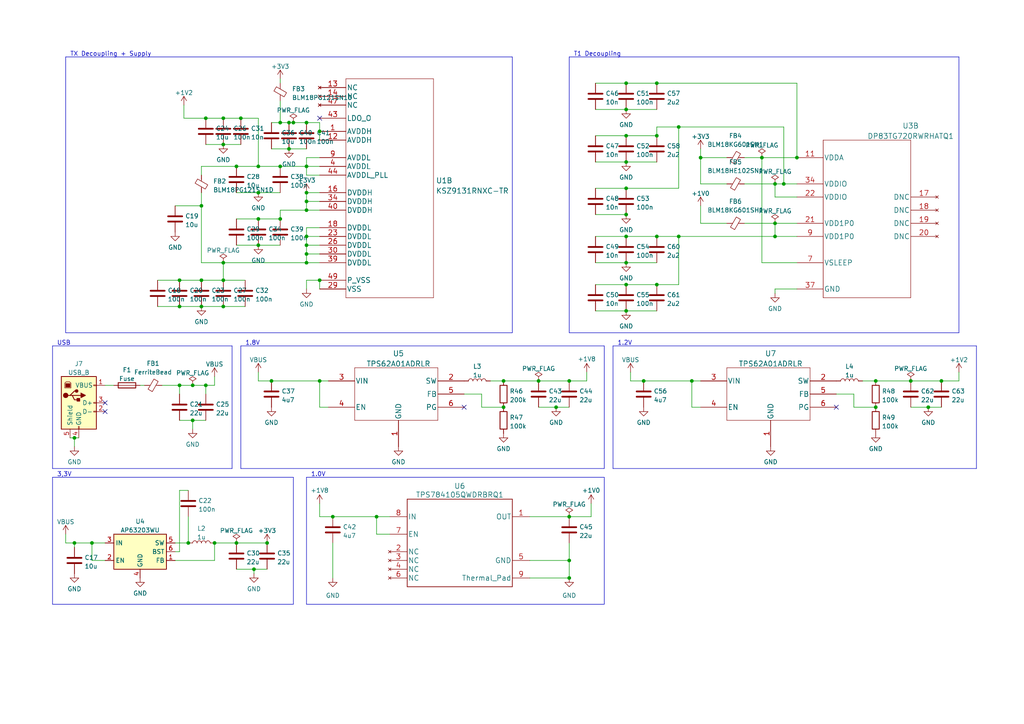
<source format=kicad_sch>
(kicad_sch (version 20230121) (generator eeschema)
  (paper "A4")
  (lib_symbols
    (symbol "Connector:USB_B" (pin_names (offset 1.016))
      (property "Reference" "J" (at -5.08 11.43 0))
      (property "Value" "USB_B" (at -5.08 8.89 0))
      (symbol "USB_B_1_1"
        (pin power_out line (at 7.62 5.08 180) (length 2.54) (name "VBUS") (number "1"))
        (pin bidirectional line (at 7.62 -2.54 180) (length 2.54) (name "D-") (number "2"))
        (pin bidirectional line (at 7.62 0 180) (length 2.54) (name "D+") (number "3"))
        (pin power_out line (at 0 -10.16 90) (length 2.54) (name "GND") (number "4"))
        (pin passive line (at -2.54 -10.16 90) (length 2.54) (name "Shield") (number "5"))
      )
    )
    (symbol "Device:C" (pin_numbers hide) (pin_names (offset 0.254))
      (property "Reference" "C" (at 0.635 2.54 0))
      (property "Value" "C" (at 0.635 -2.54 0))
      (symbol "C_1_1"
        (pin passive line (at 0 3.81 270) (length 2.794) (name "~") (number "1"))
        (pin passive line (at 0 -3.81 90) (length 2.794) (name "~") (number "2"))
      )
    )
    (symbol "Device:FerriteBead_Small" (pin_numbers hide) (pin_names (offset 0))
      (property "Reference" "FB" (at 1.905 1.27 0))
      (property "Value" "FerriteBead_Small" (at 1.905 -1.27 0))
      (symbol "FerriteBead_Small_1_1"
        (pin passive line (at 0 2.54 270) (length 1.27) (name "~") (number "1"))
        (pin passive line (at 0 -2.54 90) (length 1.27) (name "~") (number "2"))
      )
    )
    (symbol "Device:Fuse" (pin_numbers hide) (pin_names (offset 0))
      (property "Reference" "F" (at 2.032 0 90))
      (property "Value" "Fuse" (at -1.905 0 90))
      (symbol "Fuse_1_1"
        (pin passive line (at 0 3.81 270) (length 1.27) (name "~") (number "1"))
        (pin passive line (at 0 -3.81 90) (length 1.27) (name "~") (number "2"))
      )
    )
    (symbol "Device:L" (pin_numbers hide) (pin_names (offset 1.016) hide)
      (property "Reference" "L" (at -1.27 0 90))
      (property "Value" "L" (at 1.905 0 90))
      (symbol "L_1_1"
        (pin passive line (at 0 3.81 270) (length 1.27) (name "1") (number "1"))
        (pin passive line (at 0 -3.81 90) (length 1.27) (name "2") (number "2"))
      )
    )
    (symbol "Device:R" (pin_numbers hide) (pin_names (offset 0))
      (property "Reference" "R" (at 2.032 0 90))
      (property "Value" "R" (at 0 0 90))
      (symbol "R_1_1"
        (pin passive line (at 0 3.81 270) (length 1.27) (name "~") (number "1"))
        (pin passive line (at 0 -3.81 90) (length 1.27) (name "~") (number "2"))
      )
    )
    (symbol "Regulator_Switching:AP63203WU"
      (property "Reference" "U" (at -7.62 6.35 0))
      (property "Value" "AP63203WU" (at 2.54 6.35 0))
      (symbol "AP63203WU_1_1"
        (pin input line (at 10.16 -2.54 180) (length 2.54) (name "FB") (number "1"))
        (pin input line (at -10.16 -2.54 0) (length 2.54) (name "EN") (number "2"))
        (pin power_in line (at -10.16 2.54 0) (length 2.54) (name "IN") (number "3"))
        (pin power_in line (at 0 -7.62 90) (length 2.54) (name "GND") (number "4"))
        (pin output line (at 10.16 2.54 180) (length 2.54) (name "SW") (number "5"))
        (pin passive line (at 10.16 0 180) (length 2.54) (name "BST") (number "6"))
      )
    )
    (symbol "power:+1V0" (power) (pin_names (offset 0))
      (property "Value" "+1V0" (at 0 3.556 0))
      (symbol "+1V0_1_1"
        (pin power_in line (at 0 0 90) (length 0) hide (name "+1V0") (number "1"))
      )
    )
    (symbol "power:+1V2" (power) (pin_names (offset 0))
      (property "Value" "+1V2" (at 0 3.556 0))
      (symbol "+1V2_1_1"
        (pin power_in line (at 0 0 90) (length 0) hide (name "+1V2") (number "1"))
      )
    )
    (symbol "power:+1V8" (power) (pin_names (offset 0))
      (property "Value" "+1V8" (at 0 3.556 0))
      (symbol "+1V8_1_1"
        (pin power_in line (at 0 0 90) (length 0) hide (name "+1V8") (number "1"))
      )
    )
    (symbol "power:+3V3" (power) (pin_names (offset 0))
      (property "Value" "+3V3" (at 0 3.556 0))
      (symbol "+3V3_1_1"
        (pin power_in line (at 0 0 90) (length 0) hide (name "+3V3") (number "1"))
      )
    )
    (symbol "power:GND" (power) (pin_names (offset 0))
      (property "Value" "GND" (at 0 -3.81 0))
      (symbol "GND_1_1"
        (pin power_in line (at 0 0 270) (length 0) hide (name "GND") (number "1"))
      )
    )
    (symbol "power:PWR_FLAG" (power) (pin_numbers hide) (pin_names (offset 0) hide)
      (property "Value" "PWR_FLAG" (at 0 3.81 0))
      (symbol "PWR_FLAG_0_0"
        (pin power_out line (at 0 0 90) (length 0) (name "pwr") (number "1"))
      )
    )
    (symbol "power:VBUS" (power) (pin_names (offset 0))
      (property "Value" "VBUS" (at 0 3.81 0))
      (symbol "VBUS_1_1"
        (pin power_in line (at 0 0 90) (length 0) hide (name "VBUS") (number "1"))
      )
    )
    (symbol "project_lib:DP83TG720RWRHATQ1" (pin_names (offset 0.254))
      (property "Reference" "U" (at 33.02 10.16 0))
      (property "Value" "DP83TG720RWRHATQ1" (at 33.02 7.62 0))
      (symbol "DP83TG720RWRHATQ1_1_1"
        (pin input line (at 0 -5.08 0) (length 7.62) (name "MDC") (number "1"))
        (pin output line (at 66.04 -34.29 180) (length 7.62) (name "INH") (number "10"))
        (pin bidirectional line (at 66.04 -53.34 180) (length 7.62) (name "TRD_P") (number "12"))
        (pin bidirectional line (at 66.04 -55.88 180) (length 7.62) (name "TRD_M") (number "13"))
        (pin input line (at 66.04 -17.78 180) (length 7.62) (name "STRAP_1") (number "14"))
        (pin output line (at 0 -55.88 0) (length 7.62) (name "RX_CTRL") (number "15"))
        (pin bidirectional line (at 66.04 -13.97 180) (length 7.62) (name "CLKOUT/GPIO_2") (number "16"))
        (pin output line (at 66.04 -21.59 180) (length 7.62) (name "INT_N") (number "2"))
        (pin output line (at 0 -49.53 0) (length 7.62) (name "RX_D3") (number "23"))
        (pin output line (at 0 -46.99 0) (length 7.62) (name "RX_D2") (number "24"))
        (pin output line (at 0 -44.45 0) (length 7.62) (name "RX_D1") (number "25"))
        (pin output line (at 0 -41.91 0) (length 7.62) (name "RX_D0") (number "26"))
        (pin output line (at 0 -53.34 0) (length 7.62) (name "RX_CLK") (number "27"))
        (pin input line (at 0 -29.21 0) (length 7.62) (name "TX_CLK") (number "28"))
        (pin input line (at 0 -31.75 0) (length 7.62) (name "TX_CTRL") (number "29"))
        (pin input line (at 66.04 -1.27 180) (length 7.62) (name "RESET_N") (number "3"))
        (pin input line (at 0 -17.78 0) (length 7.62) (name "TX_D3") (number "30"))
        (pin input line (at 0 -20.32 0) (length 7.62) (name "TX_D2") (number "31"))
        (pin input line (at 0 -22.86 0) (length 7.62) (name "TX_D1") (number "32"))
        (pin input line (at 0 -25.4 0) (length 7.62) (name "TX_D0") (number "33"))
        (pin bidirectional line (at 66.04 -8.89 180) (length 7.62) (name "LED_0/GPIO_0") (number "35"))
        (pin bidirectional line (at 0 -2.54 0) (length 7.62) (name "MDIO") (number "36"))
        (pin output line (at 66.04 -44.45 180) (length 7.62) (name "XO") (number "4"))
        (pin input line (at 66.04 -41.91 180) (length 7.62) (name "XI") (number "5"))
        (pin bidirectional line (at 66.04 -11.43 180) (length 7.62) (name "LED_1/GPIO_1") (number "6"))
        (pin input line (at 66.04 -30.48 180) (length 7.62) (name "WAKE") (number "8"))
      )
      (symbol "DP83TG720RWRHATQ1_2_1"
        (pin power_in line (at 0 0 0) (length 7.62) (name "VDDA") (number "11"))
        (pin no_connect line (at 40.64 -11.43 180) (length 7.62) (name "DNC") (number "17"))
        (pin no_connect line (at 40.64 -15.24 180) (length 7.62) (name "DNC") (number "18"))
        (pin no_connect line (at 40.64 -19.05 180) (length 7.62) (name "DNC") (number "19"))
        (pin no_connect line (at 40.64 -22.86 180) (length 7.62) (name "DNC") (number "20"))
        (pin power_in line (at 0 -19.05 0) (length 7.62) (name "VDD1P0") (number "21"))
        (pin power_in line (at 0 -11.43 0) (length 7.62) (name "VDDIO") (number "22"))
        (pin power_in line (at 0 -7.62 0) (length 7.62) (name "VDDIO") (number "34"))
        (pin power_in line (at 0 -38.1 0) (length 7.62) (name "GND") (number "37"))
        (pin power_in line (at 0 -30.48 0) (length 7.62) (name "VSLEEP") (number "7"))
        (pin power_in line (at 0 -22.86 0) (length 7.62) (name "VDD1P0") (number "9"))
      )
    )
    (symbol "project_lib:KSZ9131RNXC-TR" (pin_names (offset 0.254))
      (property "Reference" "U" (at 72.39 10.16 0))
      (property "Value" "KSZ9131RNXC-TR" (at 72.39 7.62 0))
      (symbol "KSZ9131RNXC-TR_1_1"
        (pin bidirectional line (at 29.21 -50.8 0) (length 7.62) (name "TXRXP_D") (number "10"))
        (pin bidirectional line (at 29.21 -53.34 0) (length 7.62) (name "TXRXM_D") (number "11"))
        (pin bidirectional line (at 29.21 -8.89 0) (length 7.62) (name "LED2/PHYAD1") (number "15"))
        (pin bidirectional line (at 29.21 -6.35 0) (length 7.62) (name "LED1/PME_N1//PHYAD0") (number "17"))
        (pin input line (at 111.76 -34.29 180) (length 7.62) (name "TXD0") (number "19"))
        (pin bidirectional line (at 29.21 -35.56 0) (length 7.62) (name "TXRXP_A") (number "2"))
        (pin input line (at 111.76 -36.83 180) (length 7.62) (name "TXD1") (number "20"))
        (pin input line (at 111.76 -39.37 180) (length 7.62) (name "TXD2") (number "21"))
        (pin input line (at 111.76 -41.91 180) (length 7.62) (name "TXD3") (number "22"))
        (pin input line (at 111.76 -45.72 180) (length 7.62) (name "TXC") (number "24"))
        (pin input line (at 111.76 -48.26 180) (length 7.62) (name "TX_CTL") (number "25"))
        (pin bidirectional line (at 111.76 -15.24 180) (length 7.62) (name "RXD3/MODE3") (number "27"))
        (pin bidirectional line (at 111.76 -17.78 180) (length 7.62) (name "RXD2/MODE2") (number "28"))
        (pin bidirectional line (at 29.21 -38.1 0) (length 7.62) (name "TXRXM_A") (number "3"))
        (pin bidirectional line (at 111.76 -20.32 180) (length 7.62) (name "RXD1/MODE1") (number "31"))
        (pin bidirectional line (at 111.76 -22.86 180) (length 7.62) (name "RXD0/MODE0") (number "32"))
        (pin bidirectional line (at 111.76 -29.21 180) (length 7.62) (name "RX_CTL/CLK125_EN") (number "33"))
        (pin bidirectional line (at 111.76 -26.67 180) (length 7.62) (name "RXC/PHYAD2") (number "35"))
        (pin bidirectional line (at 104.14 -2.54 180) (length 7.62) (name "MDC") (number "36"))
        (pin input line (at 104.14 0 180) (length 7.62) (name "MDIO") (number "37"))
        (pin bidirectional line (at 29.21 -13.97 0) (length 7.62) (name "INT_N/PME_N2/ALLPHYAD") (number "38"))
        (pin bidirectional line (at 29.21 -11.43 0) (length 7.62) (name "CLK125_NDO/LED_MODE") (number "41"))
        (pin input line (at 29.21 -1.27 0) (length 7.62) (name "RESET_N") (number "42"))
        (pin output line (at 29.21 -29.21 0) (length 7.62) (name "XO") (number "45"))
        (pin input line (at 29.21 -26.67 0) (length 7.62) (name "XI") (number "46"))
        (pin output line (at 29.21 -16.51 0) (length 7.62) (name "ISET") (number "48"))
        (pin bidirectional line (at 29.21 -40.64 0) (length 7.62) (name "TXRXP_B") (number "5"))
        (pin bidirectional line (at 29.21 -43.18 0) (length 7.62) (name "TXRXM_B") (number "6"))
        (pin bidirectional line (at 29.21 -45.72 0) (length 7.62) (name "TXRXP_C") (number "7"))
        (pin bidirectional line (at 29.21 -48.26 0) (length 7.62) (name "TXRXM_C") (number "8"))
      )
      (symbol "KSZ9131RNXC-TR_2_1"
        (pin power_in line (at 0 -7.62 0) (length 7.62) (name "AVDDH") (number "1"))
        (pin power_in line (at 0 -10.16 0) (length 7.62) (name "AVDDH") (number "12"))
        (pin no_connect line (at 0 5.08 0) (length 7.62) (name "NC") (number "13"))
        (pin no_connect line (at 0 2.54 0) (length 7.62) (name "NC") (number "14"))
        (pin power_in line (at 0 -25.4 0) (length 7.62) (name "DVDDH") (number "16"))
        (pin power_in line (at 0 -35.56 0) (length 7.62) (name "DVDDL") (number "18"))
        (pin power_in line (at 0 -38.1 0) (length 7.62) (name "DVDDL") (number "23"))
        (pin power_in line (at 0 -40.64 0) (length 7.62) (name "DVDDL") (number "26"))
        (pin power_in line (at 0 -53.34 0) (length 7.62) (name "VSS") (number "29"))
        (pin power_in line (at 0 -43.18 0) (length 7.62) (name "DVDDL") (number "30"))
        (pin power_in line (at 0 -27.94 0) (length 7.62) (name "DVDDH") (number "34"))
        (pin power_in line (at 0 -45.72 0) (length 7.62) (name "DVDDL") (number "39"))
        (pin power_in line (at 0 -17.78 0) (length 7.62) (name "AVDDL") (number "4"))
        (pin power_in line (at 0 -30.48 0) (length 7.62) (name "DVDDH") (number "40"))
        (pin output line (at 0 -3.81 0) (length 7.62) (name "LDO_O") (number "43"))
        (pin power_in line (at 0 -20.32 0) (length 7.62) (name "AVDDL_PLL") (number "44"))
        (pin no_connect line (at 0 0 0) (length 7.62) (name "NC") (number "47"))
        (pin power_in line (at 0 -50.8 0) (length 7.62) (name "P_VSS") (number "49"))
        (pin power_in line (at 0 -15.24 0) (length 7.62) (name "AVDDL") (number "9"))
      )
    )
    (symbol "project_lib:TPS62A01ADRLR" (pin_names (offset 0.254))
      (property "Reference" "U" (at 20.32 10.16 0))
      (property "Value" "TPS62A01ADRLR" (at 20.32 7.62 0))
      (symbol "TPS62A01ADRLR_1_1"
        (pin power_in line (at 20.32 -17.78 90) (length 7.62) (name "GND") (number "1"))
        (pin output line (at 39.37 1.27 180) (length 7.62) (name "SW") (number "2"))
        (pin power_in line (at 0 1.27 0) (length 7.62) (name "VIN") (number "3"))
        (pin input line (at 0 -6.35 0) (length 7.62) (name "EN") (number "4"))
        (pin input line (at 39.37 -2.54 180) (length 7.62) (name "FB") (number "5"))
        (pin output line (at 39.37 -6.35 180) (length 7.62) (name "PG") (number "6"))
      )
    )
    (symbol "project_lib:TPS784105QWDRBRQ1" (pin_names (offset 0.254))
      (property "Reference" "U" (at 20.32 10.16 0))
      (property "Value" "TPS784105QWDRBRQ1" (at 20.32 6.35 0))
      (symbol "TPS784105QWDRBRQ1_1_1"
        (pin power_in line (at 40.64 0 180) (length 5.08) (name "OUT") (number "1"))
        (pin no_connect line (at 0 -10.16 0) (length 5.08) (name "NC") (number "2"))
        (pin no_connect line (at 0 -12.7 0) (length 5.08) (name "NC") (number "3"))
        (pin no_connect line (at 0 -15.24 0) (length 5.08) (name "NC") (number "4"))
        (pin power_in line (at 40.64 -12.7 180) (length 5.08) (name "GND") (number "5"))
        (pin no_connect line (at 0 -17.78 0) (length 5.08) (name "NC") (number "6"))
        (pin input line (at 0 -5.08 0) (length 5.08) (name "EN") (number "7"))
        (pin power_in line (at 0 0 0) (length 5.08) (name "IN") (number "8"))
        (pin power_in line (at 40.64 -17.78 180) (length 5.08) (name "Thermal_Pad") (number "9"))
      )
    )
  )
  (junction (at 109.22 149.86))
  (junction (at 77.47 157.48))
  (junction (at 224.79 53.34))
  (junction (at 88.9 71.12))
  (junction (at 83.82 43.18))
  (junction (at 88.9 73.66))
  (junction (at 200.66 110.49))
  (junction (at 26.67 157.48))
  (junction (at 181.61 39.37))
  (junction (at 64.77 88.9))
  (junction (at 181.61 24.13))
  (junction (at 231.14 45.72))
  (junction (at 181.61 54.61))
  (junction (at 74.93 63.5))
  (junction (at 74.93 48.26))
  (junction (at 59.69 34.29))
  (junction (at 64.77 81.28))
  (junction (at 181.61 68.58))
  (junction (at 83.82 35.56))
  (junction (at 269.24 118.11))
  (junction (at 224.79 68.58))
  (junction (at 81.28 35.56))
  (junction (at 21.59 157.48))
  (junction (at 81.28 48.26))
  (junction (at 88.9 48.26))
  (junction (at 181.61 90.17))
  (junction (at 52.07 88.9))
  (junction (at 58.42 81.28))
  (junction (at 161.29 118.11))
  (junction (at 186.69 110.49))
  (junction (at 165.1 149.86))
  (junction (at 68.58 48.26))
  (junction (at 55.88 111.76))
  (junction (at 59.69 111.76))
  (junction (at 68.58 157.48))
  (junction (at 88.9 60.96))
  (junction (at 146.05 118.11))
  (junction (at 146.05 110.49))
  (junction (at 227.33 53.34))
  (junction (at 74.93 55.88))
  (junction (at 181.61 31.75))
  (junction (at 190.5 82.55))
  (junction (at 196.85 68.58))
  (junction (at 73.66 165.1))
  (junction (at 156.21 110.49))
  (junction (at 92.71 110.49))
  (junction (at 92.71 38.1))
  (junction (at 165.1 167.64))
  (junction (at 52.07 81.28))
  (junction (at 181.61 62.23))
  (junction (at 62.23 157.48))
  (junction (at 85.09 35.56))
  (junction (at 254 118.11))
  (junction (at 74.93 71.12))
  (junction (at 54.61 157.48))
  (junction (at 254 110.49))
  (junction (at 52.07 111.76))
  (junction (at 58.42 88.9))
  (junction (at 181.61 46.99))
  (junction (at 88.9 76.2))
  (junction (at 92.71 81.28))
  (junction (at 21.59 127))
  (junction (at 64.77 41.91))
  (junction (at 88.9 68.58))
  (junction (at 55.88 121.92))
  (junction (at 78.74 110.49))
  (junction (at 96.52 149.86))
  (junction (at 88.9 55.88))
  (junction (at 64.77 34.29))
  (junction (at 69.85 34.29))
  (junction (at 64.77 76.2))
  (junction (at 181.61 82.55))
  (junction (at 196.85 36.83))
  (junction (at 88.9 58.42))
  (junction (at 181.61 76.2))
  (junction (at 88.9 35.56))
  (junction (at 203.2 45.72))
  (junction (at 273.05 110.49))
  (junction (at 165.1 162.56))
  (junction (at 165.1 110.49))
  (junction (at 264.16 110.49))
  (junction (at 81.28 63.5))
  (junction (at 190.5 68.58))
  (junction (at 190.5 39.37))
  (junction (at 58.42 59.69))
  (junction (at 224.79 64.77))
  (junction (at 220.98 45.72))
  (junction (at 190.5 24.13))
  (no_connect (at 242.57 118.11))
  (no_connect (at 30.48 116.84))
  (no_connect (at 30.48 119.38))
  (no_connect (at 134.62 118.11))
  (no_connect (at 92.71 34.29))
  (wire (pts (xy 172.72 24.13) (xy 181.61 24.13)))
  (polyline (pts (xy 19.05 16.51) (xy 19.05 96.52)))
  (wire (pts (xy 68.58 55.88) (xy 74.93 55.88)))
  (wire (pts (xy 92.71 118.11) (xy 92.71 110.49)))
  (wire (pts (xy 55.88 121.92) (xy 55.88 124.46)))
  (wire (pts (xy 68.58 165.1) (xy 73.66 165.1)))
  (wire (pts (xy 224.79 57.15) (xy 224.79 53.34)))
  (wire (pts (xy 172.72 31.75) (xy 181.61 31.75)))
  (wire (pts (xy 64.77 88.9) (xy 71.12 88.9)))
  (wire (pts (xy 200.66 118.11) (xy 200.66 110.49)))
  (wire (pts (xy 68.58 48.26) (xy 74.93 48.26)))
  (wire (pts (xy 231.14 57.15) (xy 224.79 57.15)))
  (wire (pts (xy 172.72 90.17) (xy 181.61 90.17)))
  (wire (pts (xy 181.61 46.99) (xy 190.5 46.99)))
  (wire (pts (xy 170.18 107.95) (xy 170.18 110.49)))
  (wire (pts (xy 224.79 85.09) (xy 224.79 83.82)))
  (wire (pts (xy 58.42 48.26) (xy 68.58 48.26)))
  (wire (pts (xy 88.9 68.58) (xy 92.71 68.58)))
  (wire (pts (xy 92.71 81.28) (xy 92.71 83.82)))
  (wire (pts (xy 74.93 63.5) (xy 81.28 63.5)))
  (wire (pts (xy 21.59 127) (xy 22.86 127)))
  (wire (pts (xy 156.21 110.49) (xy 165.1 110.49)))
  (wire (pts (xy 215.9 45.72) (xy 220.98 45.72)))
  (wire (pts (xy 196.85 36.83) (xy 190.5 36.83)))
  (wire (pts (xy 264.16 118.11) (xy 269.24 118.11)))
  (wire (pts (xy 58.42 81.28) (xy 64.77 81.28)))
  (wire (pts (xy 88.9 81.28) (xy 92.71 81.28)))
  (wire (pts (xy 88.9 48.26) (xy 81.28 48.26)))
  (polyline (pts (xy 19.05 96.52) (xy 148.59 96.52)))
  (wire (pts (xy 64.77 81.28) (xy 71.12 81.28)))
  (wire (pts (xy 153.67 149.86) (xy 165.1 149.86)))
  (wire (pts (xy 172.72 68.58) (xy 181.61 68.58)))
  (wire (pts (xy 59.69 34.29) (xy 64.77 34.29)))
  (wire (pts (xy 203.2 53.34) (xy 203.2 45.72)))
  (wire (pts (xy 58.42 88.9) (xy 64.77 88.9)))
  (wire (pts (xy 52.07 160.02) (xy 52.07 142.24)))
  (wire (pts (xy 220.98 76.2) (xy 231.14 76.2)))
  (wire (pts (xy 172.72 46.99) (xy 181.61 46.99)))
  (wire (pts (xy 220.98 45.72) (xy 231.14 45.72)))
  (wire (pts (xy 139.7 114.3) (xy 139.7 118.11)))
  (wire (pts (xy 264.16 110.49) (xy 273.05 110.49)))
  (wire (pts (xy 73.66 165.1) (xy 73.66 166.37)))
  (wire (pts (xy 78.74 110.49) (xy 92.71 110.49)))
  (wire (pts (xy 30.48 157.48) (xy 26.67 157.48)))
  (wire (pts (xy 64.77 34.29) (xy 69.85 34.29)))
  (wire (pts (xy 203.2 43.18) (xy 203.2 45.72)))
  (wire (pts (xy 171.45 149.86) (xy 165.1 149.86)))
  (wire (pts (xy 64.77 41.91) (xy 69.85 41.91)))
  (wire (pts (xy 203.2 53.34) (xy 210.82 53.34)))
  (wire (pts (xy 96.52 149.86) (xy 109.22 149.86)))
  (wire (pts (xy 92.71 60.96) (xy 88.9 60.96)))
  (wire (pts (xy 278.13 107.95) (xy 278.13 110.49)))
  (wire (pts (xy 88.9 71.12) (xy 92.71 71.12)))
  (polyline (pts (xy 15.24 138.43) (xy 15.24 175.26)))
  (wire (pts (xy 165.1 162.56) (xy 153.67 162.56)))
  (wire (pts (xy 50.8 160.02) (xy 52.07 160.02)))
  (wire (pts (xy 53.34 34.29) (xy 59.69 34.29)))
  (polyline (pts (xy 278.13 96.52) (xy 278.13 16.51)))
  (wire (pts (xy 88.9 58.42) (xy 88.9 55.88)))
  (wire (pts (xy 92.71 110.49) (xy 95.25 110.49)))
  (wire (pts (xy 96.52 157.48) (xy 96.52 167.64)))
  (polyline (pts (xy 15.24 175.26) (xy 85.09 175.26)))
  (wire (pts (xy 54.61 149.86) (xy 54.61 157.48)))
  (wire (pts (xy 242.57 114.3) (xy 247.65 114.3)))
  (wire (pts (xy 88.9 73.66) (xy 92.71 73.66)))
  (wire (pts (xy 88.9 55.88) (xy 92.71 55.88)))
  (wire (pts (xy 83.82 43.18) (xy 88.9 43.18)))
  (wire (pts (xy 46.99 111.76) (xy 52.07 111.76)))
  (wire (pts (xy 196.85 36.83) (xy 196.85 54.61)))
  (polyline (pts (xy 15.24 138.43) (xy 85.09 138.43)))
  (wire (pts (xy 139.7 118.11) (xy 146.05 118.11)))
  (wire (pts (xy 88.9 71.12) (xy 88.9 68.58)))
  (wire (pts (xy 172.72 62.23) (xy 181.61 62.23)))
  (wire (pts (xy 182.88 107.95) (xy 182.88 110.49)))
  (wire (pts (xy 190.5 36.83) (xy 190.5 39.37)))
  (wire (pts (xy 215.9 64.77) (xy 224.79 64.77)))
  (polyline (pts (xy 88.9 138.43) (xy 175.26 138.43)))
  (wire (pts (xy 74.93 107.95) (xy 74.93 110.49)))
  (wire (pts (xy 92.71 76.2) (xy 88.9 76.2)))
  (wire (pts (xy 52.07 88.9) (xy 58.42 88.9)))
  (wire (pts (xy 227.33 53.34) (xy 227.33 36.83)))
  (wire (pts (xy 181.61 24.13) (xy 190.5 24.13)))
  (wire (pts (xy 30.48 111.76) (xy 33.02 111.76)))
  (wire (pts (xy 215.9 53.34) (xy 224.79 53.34)))
  (wire (pts (xy 62.23 157.48) (xy 68.58 157.48)))
  (wire (pts (xy 45.72 88.9) (xy 52.07 88.9)))
  (wire (pts (xy 50.8 59.69) (xy 58.42 59.69)))
  (wire (pts (xy 109.22 154.94) (xy 109.22 149.86)))
  (polyline (pts (xy 15.24 100.33) (xy 15.24 135.89)))
  (wire (pts (xy 81.28 60.96) (xy 88.9 60.96)))
  (wire (pts (xy 50.8 157.48) (xy 54.61 157.48)))
  (wire (pts (xy 88.9 58.42) (xy 92.71 58.42)))
  (wire (pts (xy 59.69 41.91) (xy 64.77 41.91)))
  (polyline (pts (xy 69.85 135.89) (xy 175.26 135.89)))
  (wire (pts (xy 146.05 110.49) (xy 156.21 110.49)))
  (wire (pts (xy 74.93 71.12) (xy 81.28 71.12)))
  (wire (pts (xy 224.79 64.77) (xy 224.79 68.58)))
  (wire (pts (xy 68.58 71.12) (xy 74.93 71.12)))
  (wire (pts (xy 186.69 110.49) (xy 200.66 110.49)))
  (wire (pts (xy 53.34 30.48) (xy 53.34 34.29)))
  (wire (pts (xy 224.79 83.82) (xy 231.14 83.82)))
  (wire (pts (xy 62.23 111.76) (xy 59.69 111.76)))
  (wire (pts (xy 181.61 31.75) (xy 190.5 31.75)))
  (wire (pts (xy 21.59 127) (xy 21.59 129.54)))
  (wire (pts (xy 200.66 110.49) (xy 203.2 110.49)))
  (wire (pts (xy 20.32 127) (xy 21.59 127)))
  (wire (pts (xy 247.65 118.11) (xy 254 118.11)))
  (polyline (pts (xy 88.9 138.43) (xy 88.9 175.26)))
  (wire (pts (xy 52.07 111.76) (xy 55.88 111.76)))
  (wire (pts (xy 227.33 53.34) (xy 231.14 53.34)))
  (wire (pts (xy 62.23 109.22) (xy 62.23 111.76)))
  (wire (pts (xy 88.9 50.8) (xy 88.9 48.26)))
  (wire (pts (xy 68.58 63.5) (xy 74.93 63.5)))
  (wire (pts (xy 171.45 146.05) (xy 171.45 149.86)))
  (wire (pts (xy 203.2 118.11) (xy 200.66 118.11)))
  (wire (pts (xy 181.61 82.55) (xy 190.5 82.55)))
  (wire (pts (xy 92.71 146.05) (xy 92.71 149.86)))
  (wire (pts (xy 81.28 35.56) (xy 83.82 35.56)))
  (wire (pts (xy 109.22 149.86) (xy 113.03 149.86)))
  (wire (pts (xy 78.74 35.56) (xy 81.28 35.56)))
  (wire (pts (xy 278.13 110.49) (xy 273.05 110.49)))
  (wire (pts (xy 50.8 162.56) (xy 62.23 162.56)))
  (polyline (pts (xy 148.59 96.52) (xy 148.59 16.51)))
  (wire (pts (xy 227.33 36.83) (xy 196.85 36.83)))
  (wire (pts (xy 81.28 22.86) (xy 81.28 24.13)))
  (polyline (pts (xy 175.26 135.89) (xy 175.26 100.33)))
  (wire (pts (xy 196.85 82.55) (xy 196.85 68.58)))
  (wire (pts (xy 203.2 45.72) (xy 210.82 45.72)))
  (wire (pts (xy 62.23 162.56) (xy 62.23 157.48)))
  (wire (pts (xy 40.64 111.76) (xy 41.91 111.76)))
  (wire (pts (xy 81.28 63.5) (xy 81.28 60.96)))
  (wire (pts (xy 181.61 90.17) (xy 190.5 90.17)))
  (wire (pts (xy 19.05 154.94) (xy 19.05 157.48)))
  (wire (pts (xy 95.25 118.11) (xy 92.71 118.11)))
  (polyline (pts (xy 15.24 135.89) (xy 67.31 135.89)))
  (wire (pts (xy 181.61 39.37) (xy 190.5 39.37)))
  (wire (pts (xy 92.71 149.86) (xy 96.52 149.86)))
  (wire (pts (xy 78.74 43.18) (xy 83.82 43.18)))
  (wire (pts (xy 73.66 165.1) (xy 77.47 165.1)))
  (polyline (pts (xy 177.8 135.89) (xy 283.21 135.89)))
  (wire (pts (xy 224.79 68.58) (xy 231.14 68.58)))
  (wire (pts (xy 203.2 64.77) (xy 203.2 59.69)))
  (polyline (pts (xy 67.31 135.89) (xy 67.31 100.33)))
  (polyline (pts (xy 15.24 100.33) (xy 67.31 100.33)))
  (polyline (pts (xy 165.1 16.51) (xy 165.1 96.52)))
  (polyline (pts (xy 283.21 135.89) (xy 283.21 100.33)))
  (wire (pts (xy 254 110.49) (xy 264.16 110.49)))
  (wire (pts (xy 190.5 82.55) (xy 196.85 82.55)))
  (wire (pts (xy 26.67 162.56) (xy 30.48 162.56)))
  (wire (pts (xy 19.05 157.48) (xy 21.59 157.48)))
  (wire (pts (xy 165.1 157.48) (xy 165.1 162.56)))
  (polyline (pts (xy 177.8 100.33) (xy 283.21 100.33)))
  (wire (pts (xy 83.82 35.56) (xy 85.09 35.56)))
  (wire (pts (xy 68.58 157.48) (xy 77.47 157.48)))
  (wire (pts (xy 161.29 118.11) (xy 165.1 118.11)))
  (wire (pts (xy 181.61 68.58) (xy 190.5 68.58)))
  (wire (pts (xy 113.03 154.94) (xy 109.22 154.94)))
  (wire (pts (xy 181.61 76.2) (xy 190.5 76.2)))
  (wire (pts (xy 220.98 76.2) (xy 220.98 45.72)))
  (wire (pts (xy 88.9 60.96) (xy 88.9 58.42)))
  (wire (pts (xy 64.77 76.2) (xy 64.77 81.28)))
  (wire (pts (xy 55.88 121.92) (xy 59.69 121.92)))
  (wire (pts (xy 247.65 114.3) (xy 247.65 118.11)))
  (polyline (pts (xy 165.1 16.51) (xy 278.13 16.51)))
  (wire (pts (xy 224.79 64.77) (xy 231.14 64.77)))
  (wire (pts (xy 172.72 54.61) (xy 181.61 54.61)))
  (polyline (pts (xy 69.85 100.33) (xy 69.85 135.89)))
  (wire (pts (xy 88.9 45.72) (xy 92.71 45.72)))
  (polyline (pts (xy 175.26 175.26) (xy 175.26 138.43)))
  (polyline (pts (xy 19.05 16.51) (xy 148.59 16.51)))
  (wire (pts (xy 172.72 39.37) (xy 181.61 39.37)))
  (wire (pts (xy 156.21 118.11) (xy 161.29 118.11)))
  (wire (pts (xy 172.72 76.2) (xy 181.61 76.2)))
  (wire (pts (xy 26.67 157.48) (xy 26.67 162.56)))
  (wire (pts (xy 58.42 55.88) (xy 58.42 59.69)))
  (wire (pts (xy 74.93 110.49) (xy 78.74 110.49)))
  (polyline (pts (xy 177.8 100.33) (xy 177.8 135.89)))
  (wire (pts (xy 182.88 110.49) (xy 186.69 110.49)))
  (wire (pts (xy 153.67 167.64) (xy 165.1 167.64)))
  (wire (pts (xy 88.9 48.26) (xy 92.71 48.26)))
  (wire (pts (xy 231.14 45.72) (xy 231.14 24.13)))
  (wire (pts (xy 92.71 38.1) (xy 92.71 35.56)))
  (wire (pts (xy 74.93 55.88) (xy 81.28 55.88)))
  (wire (pts (xy 58.42 76.2) (xy 64.77 76.2)))
  (wire (pts (xy 21.59 157.48) (xy 21.59 158.75)))
  (wire (pts (xy 45.72 81.28) (xy 52.07 81.28)))
  (wire (pts (xy 88.9 48.26) (xy 88.9 45.72)))
  (wire (pts (xy 85.09 35.56) (xy 88.9 35.56)))
  (wire (pts (xy 55.88 111.76) (xy 59.69 111.76)))
  (wire (pts (xy 81.28 48.26) (xy 74.93 48.26)))
  (wire (pts (xy 92.71 50.8) (xy 88.9 50.8)))
  (wire (pts (xy 88.9 76.2) (xy 88.9 73.66)))
  (polyline (pts (xy 69.85 100.33) (xy 175.26 100.33)))
  (wire (pts (xy 165.1 167.64) (xy 165.1 162.56)))
  (wire (pts (xy 58.42 48.26) (xy 58.42 50.8)))
  (wire (pts (xy 250.19 110.49) (xy 254 110.49)))
  (wire (pts (xy 269.24 118.11) (xy 273.05 118.11)))
  (wire (pts (xy 224.79 53.34) (xy 227.33 53.34)))
  (wire (pts (xy 196.85 68.58) (xy 224.79 68.58)))
  (wire (pts (xy 170.18 110.49) (xy 165.1 110.49)))
  (wire (pts (xy 21.59 157.48) (xy 26.67 157.48)))
  (wire (pts (xy 142.24 110.49) (xy 146.05 110.49)))
  (wire (pts (xy 172.72 82.55) (xy 181.61 82.55)))
  (wire (pts (xy 52.07 121.92) (xy 55.88 121.92)))
  (polyline (pts (xy 165.1 96.52) (xy 278.13 96.52)))
  (wire (pts (xy 231.14 24.13) (xy 190.5 24.13)))
  (wire (pts (xy 181.61 54.61) (xy 196.85 54.61)))
  (wire (pts (xy 88.9 68.58) (xy 88.9 66.04)))
  (wire (pts (xy 58.42 59.69) (xy 58.42 76.2)))
  (wire (pts (xy 92.71 35.56) (xy 88.9 35.56)))
  (wire (pts (xy 74.93 48.26) (xy 74.93 34.29)))
  (polyline (pts (xy 88.9 175.26) (xy 175.26 175.26)))
  (wire (pts (xy 59.69 111.76) (xy 59.69 114.3)))
  (wire (pts (xy 52.07 81.28) (xy 58.42 81.28)))
  (wire (pts (xy 134.62 114.3) (xy 139.7 114.3)))
  (wire (pts (xy 92.71 38.1) (xy 92.71 40.64)))
  (wire (pts (xy 190.5 68.58) (xy 196.85 68.58)))
  (wire (pts (xy 52.07 142.24) (xy 54.61 142.24)))
  (polyline (pts (xy 85.09 175.26) (xy 85.09 138.43)))
  (wire (pts (xy 88.9 81.28) (xy 88.9 83.82)))
  (wire (pts (xy 74.93 34.29) (xy 69.85 34.29)))
  (wire (pts (xy 88.9 66.04) (xy 92.71 66.04)))
  (wire (pts (xy 52.07 111.76) (xy 52.07 114.3)))
  (wire (pts (xy 88.9 73.66) (xy 88.9 71.12)))
  (wire (pts (xy 81.28 29.21) (xy 81.28 35.56)))
  (wire (pts (xy 64.77 76.2) (xy 88.9 76.2)))
  (wire (pts (xy 203.2 64.77) (xy 210.82 64.77)))
  (text "USB" (at 16.51 100.33 0) (effects (font (size 1.27 1.27)) (justify left bottom)))
  (text "TX Decoupling + Supply" (at 20.32 16.51 0) (effects (font (size 1.27 1.27)) (justify left bottom)))
  (text "1.0V" (at 90.17 138.43 0) (effects (font (size 1.27 1.27)) (justify left bottom)))
  (text "1.2V" (at 179.07 100.33 0) (effects (font (size 1.27 1.27)) (justify left bottom)))
  (text "3,3V" (at 16.51 138.43 0) (effects (font (size 1.27 1.27)) (justify left bottom)))
  (text "1.8V" (at 71.12 100.33 0) (effects (font (size 1.27 1.27)) (justify left bottom)))
  (text "T1 Decoupling" (at 166.37 16.51 0) (effects (font (size 1.27 1.27)) (justify left bottom)))
  (symbol (lib_id "power:VBUS") (at 74.93 107.95 0) (unit 1)
    (property "Reference" "#PWR042" (effects hide))
    (property "Value" "VBUS" (at 74.93 104.3742 0))
  )
  (symbol (lib_id "Device:R") (at 146.05 121.92 0) (unit 1)
    (property "Reference" "R47" (at 147.828 121.0853 0) (effects (justify left)))
    (property "Value" "100k" (at 147.828 123.6222 0) (effects (justify left)))
    (property "Footprint" "Resistor_SMD:R_0402_1005Metric" (effects hide))
  )
  (symbol (lib_id "Device:FerriteBead_Small") (at 58.42 53.34 180) (unit 1)
    (property "Reference" "FB2" (at 61.8236 52.5561 0) (effects (justify right)))
    (property "Value" "BLM18PG121SN1D" (at 61.8236 55.093 0) (effects (justify right)))
    (property "Footprint" "Inductor_SMD:L_0603_1608Metric" (effects hide))
  )
  (symbol (lib_id "power:GND") (at 55.88 124.46 0) (unit 1)
    (property "Reference" "#PWR035" (effects hide))
    (property "Value" "GND" (at 55.88 128.9034 0))
  )
  (symbol (lib_id "power:+1V0") (at 203.2 59.69 0) (unit 1)
    (property "Reference" "#PWR064" (effects hide))
    (property "Value" "+1V0" (at 203.2 56.1142 0))
  )
  (symbol (lib_id "Device:C") (at 186.69 114.3 0) (unit 1)
    (property "Reference" "C56" (at 189.611 113.4653 0) (effects (justify left)))
    (property "Value" "4u7" (at 189.611 116.0022 0) (effects (justify left)))
    (property "Footprint" "Capacitor_SMD:C_0402_1005Metric" (effects hide))
  )
  (symbol (lib_id "Device:R") (at 254 121.92 0) (unit 1)
    (property "Reference" "R49" (at 255.778 121.0853 0) (effects (justify left)))
    (property "Value" "100k" (at 255.778 123.6222 0) (effects (justify left)))
    (property "Footprint" "Resistor_SMD:R_0402_1005Metric" (effects hide))
  )
  (symbol (lib_id "project_lib:TPS784105QWDRBRQ1") (at 113.03 149.86 0) (unit 1)
    (property "Reference" "U6" (at 133.35 140.97 0) (effects (font (size 1.524 1.524))))
    (property "Value" "TPS784105QWDRBRQ1" (at 133.35 143.51 0) (effects (font (size 1.524 1.524))))
    (property "Footprint" "project_lib:TPS784105QWDRBRQ1" (effects hide))
  )
  (symbol (lib_id "Device:C") (at 59.69 38.1 0) (unit 1)
    (property "Reference" "C24" (at 62.611 37.2653 0) (effects (justify left)))
    (property "Value" "10u" (at 62.611 39.8022 0) (effects (justify left)))
    (property "Footprint" "Capacitor_SMD:C_0402_1005Metric" (effects hide))
  )
  (symbol (lib_id "power:+1V8") (at 92.71 146.05 0) (unit 1)
    (property "Reference" "#PWR049" (effects hide))
    (property "Value" "+1V8" (at 92.71 142.24 0))
  )
  (symbol (lib_id "power:GND") (at 96.52 167.64 0) (unit 1)
    (property "Reference" "#PWR050" (effects hide))
    (property "Value" "GND" (at 96.52 172.72 0))
  )
  (symbol (lib_id "power:GND") (at 161.29 118.11 0) (unit 1)
    (property "Reference" "#PWR053" (effects hide))
    (property "Value" "GND" (at 161.29 122.5534 0))
  )
  (symbol (lib_id "power:+1V8") (at 170.18 107.95 0) (unit 1)
    (property "Reference" "#PWR055" (effects hide))
    (property "Value" "+1V8" (at 170.18 104.14 0))
  )
  (symbol (lib_id "power:VBUS") (at 19.05 154.94 0) (unit 1)
    (property "Reference" "#PWR029" (effects hide))
    (property "Value" "VBUS" (at 19.05 151.3642 0))
  )
  (symbol (lib_id "Device:FerriteBead_Small") (at 213.36 64.77 90) (unit 1)
    (property "Reference" "FB6" (at 213.3092 58.4286 90))
    (property "Value" "BLM18KG601SH1" (at 213.3092 60.9655 90))
    (property "Footprint" "Inductor_SMD:L_0603_1608Metric" (effects hide))
  )
  (symbol (lib_id "Device:Fuse") (at 36.83 111.76 90) (unit 1)
    (property "Reference" "F1" (at 36.83 107.2982 90))
    (property "Value" "Fuse" (at 36.83 109.8351 90))
    (property "Footprint" "Fuse:Fuse_0603_1608Metric" (effects hide))
  )
  (symbol (lib_id "power:GND") (at 50.8 67.31 0) (unit 1)
    (property "Reference" "#PWR033" (effects hide))
    (property "Value" "GND" (at 50.8 71.7534 0))
  )
  (symbol (lib_id "power:GND") (at 186.69 118.11 0) (unit 1)
    (property "Reference" "#PWR062" (effects hide))
    (property "Value" "GND" (at 186.69 122.5534 0))
  )
  (symbol (lib_id "power:GND") (at 181.61 90.17 0) (unit 1)
    (property "Reference" "#PWR060" (effects hide))
    (property "Value" "GND" (at 181.61 94.6134 0))
  )
  (symbol (lib_id "Device:C") (at 52.07 85.09 0) (unit 1)
    (property "Reference" "C20" (at 54.991 84.2553 0) (effects (justify left)))
    (property "Value" "100n" (at 54.991 86.7922 0) (effects (justify left)))
    (property "Footprint" "Capacitor_SMD:C_0402_1005Metric" (effects hide))
  )
  (symbol (lib_id "Device:C") (at 83.82 39.37 0) (unit 1)
    (property "Reference" "C40" (at 86.741 38.5353 0) (effects (justify left)))
    (property "Value" "100n" (at 86.741 41.0722 0) (effects (justify left)))
    (property "Footprint" "Capacitor_SMD:C_0402_1005Metric" (effects hide))
  )
  (symbol (lib_id "power:GND") (at 181.61 46.99 0) (unit 1)
    (property "Reference" "#PWR058" (effects hide))
    (property "Value" "GND" (at 181.61 51.4334 0))
  )
  (symbol (lib_id "power:+1V0") (at 171.45 146.05 0) (unit 1)
    (property "Reference" "#PWR056" (effects hide))
    (property "Value" "+1V0" (at 171.45 142.24 0))
  )
  (symbol (lib_id "Device:FerriteBead_Small") (at 44.45 111.76 90) (unit 1)
    (property "Reference" "FB1" (at 44.3992 105.4186 90))
    (property "Value" "FerriteBead" (at 44.3992 107.9555 90))
    (property "Footprint" "Inductor_SMD:L_0603_1608Metric" (effects hide))
  )
  (symbol (lib_id "power:+3V3") (at 81.28 22.86 0) (unit 1)
    (property "Reference" "#PWR045" (effects hide))
    (property "Value" "+3V3" (at 81.28 19.2842 0))
  )
  (symbol (lib_id "power:GND") (at 21.59 129.54 0) (unit 1)
    (property "Reference" "#PWR030" (effects hide))
    (property "Value" "GND" (at 21.59 133.9834 0))
  )
  (symbol (lib_id "power:+1V2") (at 53.34 30.48 0) (unit 1)
    (property "Reference" "#PWR034" (effects hide))
    (property "Value" "+1V2" (at 53.34 26.9042 0))
  )
  (symbol (lib_id "Device:R") (at 254 114.3 0) (unit 1)
    (property "Reference" "R48" (at 255.778 113.4653 0) (effects (justify left)))
    (property "Value" "100k" (at 255.778 116.0022 0) (effects (justify left)))
    (property "Footprint" "Resistor_SMD:R_0402_1005Metric" (effects hide))
  )
  (symbol (lib_id "Device:C") (at 172.72 58.42 0) (unit 1)
    (property "Reference" "C48" (at 175.641 57.5853 0) (effects (justify left)))
    (property "Value" "10n" (at 175.641 60.1222 0) (effects (justify left)))
    (property "Footprint" "Capacitor_SMD:C_0402_1005Metric" (effects hide))
  )
  (symbol (lib_id "Device:C") (at 52.07 118.11 0) (unit 1)
    (property "Reference" "C21" (at 54.991 117.2753 0) (effects (justify left)))
    (property "Value" "22u" (at 54.991 119.8122 0) (effects (justify left)))
    (property "Footprint" "Capacitor_SMD:C_0603_1608Metric" (effects hide))
  )
  (symbol (lib_id "Device:C") (at 181.61 58.42 0) (unit 1)
    (property "Reference" "C53" (at 184.531 57.5853 0) (effects (justify left)))
    (property "Value" "100n" (at 184.531 60.1222 0) (effects (justify left)))
    (property "Footprint" "Capacitor_SMD:C_0402_1005Metric" (effects hide))
  )
  (symbol (lib_id "Device:C") (at 172.72 72.39 0) (unit 1)
    (property "Reference" "C49" (at 175.641 71.5553 0) (effects (justify left)))
    (property "Value" "10n" (at 175.641 74.0922 0) (effects (justify left)))
    (property "Footprint" "Capacitor_SMD:C_0402_1005Metric" (effects hide))
  )
  (symbol (lib_id "power:+3V3") (at 203.2 43.18 0) (unit 1)
    (property "Reference" "#PWR063" (effects hide))
    (property "Value" "+3V3" (at 203.2 39.6042 0))
  )
  (symbol (lib_id "Device:C") (at 71.12 85.09 0) (unit 1)
    (property "Reference" "C32" (at 74.041 84.2553 0) (effects (justify left)))
    (property "Value" "100n" (at 74.041 86.7922 0) (effects (justify left)))
    (property "Footprint" "Capacitor_SMD:C_0402_1005Metric" (effects hide))
  )
  (symbol (lib_id "power:GND") (at 83.82 43.18 0) (unit 1)
    (property "Reference" "#PWR046" (effects hide))
    (property "Value" "GND" (at 83.82 47.6234 0))
  )
  (symbol (lib_id "Device:C") (at 181.61 72.39 0) (unit 1)
    (property "Reference" "C54" (at 184.531 71.5553 0) (effects (justify left)))
    (property "Value" "100n" (at 184.531 74.0922 0) (effects (justify left)))
    (property "Footprint" "Capacitor_SMD:C_0402_1005Metric" (effects hide))
  )
  (symbol (lib_id "Device:C") (at 264.16 114.3 0) (unit 1)
    (property "Reference" "C62" (at 267.081 113.4653 0) (effects (justify left)))
    (property "Value" "22u" (at 267.081 116.0022 0) (effects (justify left)))
    (property "Footprint" "Capacitor_SMD:C_0603_1608Metric" (effects hide))
  )
  (symbol (lib_id "Device:C") (at 21.59 162.56 0) (unit 1)
    (property "Reference" "C17" (at 24.511 161.7253 0) (effects (justify left)))
    (property "Value" "10u" (at 24.511 164.2622 0) (effects (justify left)))
    (property "Footprint" "Capacitor_SMD:C_0402_1005Metric" (effects hide))
  )
  (symbol (lib_id "power:GND") (at 269.24 118.11 0) (unit 1)
    (property "Reference" "#PWR068" (effects hide))
    (property "Value" "GND" (at 269.24 122.5534 0))
  )
  (symbol (lib_id "Device:C") (at 172.72 27.94 0) (unit 1)
    (property "Reference" "C46" (at 175.641 27.1053 0) (effects (justify left)))
    (property "Value" "10n" (at 175.641 29.6422 0) (effects (justify left)))
    (property "Footprint" "Capacitor_SMD:C_0402_1005Metric" (effects hide))
  )
  (symbol (lib_id "power:+3V3") (at 88.9 55.88 0) (unit 1)
    (property "Reference" "#PWR047" (effects hide))
    (property "Value" "+3V3" (at 88.9 52.3042 0))
  )
  (symbol (lib_id "power:GND") (at 165.1 167.64 0) (unit 1)
    (property "Reference" "#PWR054" (effects hide))
    (property "Value" "GND" (at 165.1 172.72 0))
  )
  (symbol (lib_id "power:GND") (at 224.79 85.09 0) (unit 1)
    (property "Reference" "#PWR066" (effects hide))
    (property "Value" "GND" (at 224.79 89.5334 0))
  )
  (symbol (lib_id "power:GND") (at 78.74 118.11 0) (unit 1)
    (property "Reference" "#PWR044" (effects hide))
    (property "Value" "GND" (at 78.74 122.5534 0))
  )
  (symbol (lib_id "power:PWR_FLAG") (at 68.58 157.48 0) (unit 1)
    (property "Reference" "#FLG03" (effects hide))
    (property "Value" "PWR_FLAG" (at 68.58 153.9042 0))
  )
  (symbol (lib_id "Device:C") (at 64.77 85.09 0) (unit 1)
    (property "Reference" "C27" (at 67.691 84.2553 0) (effects (justify left)))
    (property "Value" "100n" (at 67.691 86.7922 0) (effects (justify left)))
    (property "Footprint" "Capacitor_SMD:C_0402_1005Metric" (effects hide))
  )
  (symbol (lib_id "Device:R") (at 146.05 114.3 0) (unit 1)
    (property "Reference" "R46" (at 147.828 113.4653 0) (effects (justify left)))
    (property "Value" "200k" (at 147.828 116.0022 0) (effects (justify left)))
    (property "Footprint" "Resistor_SMD:R_0402_1005Metric" (effects hide))
  )
  (symbol (lib_id "Device:L") (at 138.43 110.49 90) (unit 1)
    (property "Reference" "L3" (at 138.43 106.2822 90))
    (property "Value" "1u" (at 138.43 108.8191 90))
    (property "Footprint" "Inductor_SMD:L_1008_2520Metric" (effects hide))
  )
  (symbol (lib_id "power:PWR_FLAG") (at 55.88 111.76 0) (unit 1)
    (property "Reference" "#FLG01" (effects hide))
    (property "Value" "PWR_FLAG" (at 55.88 108.1842 0))
  )
  (symbol (lib_id "power:GND") (at 64.77 41.91 0) (unit 1)
    (property "Reference" "#PWR038" (effects hide))
    (property "Value" "GND" (at 64.77 46.3534 0))
  )
  (symbol (lib_id "Device:C") (at 181.61 27.94 0) (unit 1)
    (property "Reference" "C51" (at 184.531 27.1053 0) (effects (justify left)))
    (property "Value" "100n" (at 184.531 29.6422 0) (effects (justify left)))
    (property "Footprint" "Capacitor_SMD:C_0402_1005Metric" (effects hide))
  )
  (symbol (lib_id "Connector:USB_B") (at 22.86 116.84 0) (unit 1)
    (property "Reference" "J7" (at 22.86 105.5202 0))
    (property "Value" "USB_B" (at 22.86 108.0571 0))
    (property "Footprint" "Connector_USB:USB_Micro-B_Wuerth_629105150521" (effects hide))
    (property "Datasheet" " ~" (effects hide))
  )
  (symbol (lib_id "Device:C") (at 190.5 27.94 0) (unit 1)
    (property "Reference" "C57" (at 193.421 27.1053 0) (effects (justify left)))
    (property "Value" "2u2" (at 193.421 29.6422 0) (effects (justify left)))
    (property "Footprint" "Capacitor_SMD:C_0402_1005Metric" (effects hide))
  )
  (symbol (lib_id "power:GND") (at 115.57 129.54 0) (unit 1)
    (property "Reference" "#PWR051" (effects hide))
    (property "Value" "GND" (at 115.57 133.9834 0))
  )
  (symbol (lib_id "project_lib:DP83TG720RWRHATQ1") (at 231.14 45.72 0) (unit 2)
    (property "Reference" "U3" (at 264.1282 36.4924 0) (effects (font (size 1.524 1.524))))
    (property "Value" "DP83TG720RWRHATQ1" (at 264.1282 39.4858 0) (effects (font (size 1.524 1.524))))
    (property "Footprint" "project_lib:DP83TG720RWRHATQ1" (effects hide))
  )
  (symbol (lib_id "Device:C") (at 190.5 43.18 0) (unit 1)
    (property "Reference" "C58" (at 193.421 42.3453 0) (effects (justify left)))
    (property "Value" "2u2" (at 193.421 44.8822 0) (effects (justify left)))
    (property "Footprint" "Capacitor_SMD:C_0402_1005Metric" (effects hide))
  )
  (symbol (lib_id "power:GND") (at 74.93 55.88 0) (unit 1)
    (property "Reference" "#PWR040" (effects hide))
    (property "Value" "GND" (at 74.93 60.3234 0))
  )
  (symbol (lib_id "Device:C") (at 156.21 114.3 0) (unit 1)
    (property "Reference" "C43" (at 159.131 113.4653 0) (effects (justify left)))
    (property "Value" "22u" (at 159.131 116.0022 0) (effects (justify left)))
    (property "Footprint" "Capacitor_SMD:C_0603_1608Metric" (effects hide))
  )
  (symbol (lib_id "Device:FerriteBead_Small") (at 81.28 26.67 0) (unit 1)
    (property "Reference" "FB3" (at 84.6836 25.7845 0) (effects (justify left)))
    (property "Value" "BLM18PG121SN1D" (at 84.6836 28.3214 0) (effects (justify left)))
    (property "Footprint" "Inductor_SMD:L_0603_1608Metric" (effects hide))
  )
  (symbol (lib_id "power:GND") (at 181.61 62.23 0) (unit 1)
    (property "Reference" "#PWR059" (effects hide))
    (property "Value" "GND" (at 181.61 66.6734 0))
  )
  (symbol (lib_id "Device:FerriteBead_Small") (at 213.36 45.72 90) (unit 1)
    (property "Reference" "FB4" (at 213.3092 39.3786 90))
    (property "Value" "BLM18KG601SH1" (at 213.3092 41.9155 90))
    (property "Footprint" "Inductor_SMD:L_0603_1608Metric" (effects hide))
  )
  (symbol (lib_id "Device:C") (at 172.72 43.18 0) (unit 1)
    (property "Reference" "C47" (at 175.641 42.3453 0) (effects (justify left)))
    (property "Value" "10n" (at 175.641 44.8822 0) (effects (justify left)))
    (property "Footprint" "Capacitor_SMD:C_0402_1005Metric" (effects hide))
  )
  (symbol (lib_id "Device:C") (at 78.74 39.37 0) (unit 1)
    (property "Reference" "C36" (at 81.661 38.5353 0) (effects (justify left)))
    (property "Value" "10u" (at 81.661 41.0722 0) (effects (justify left)))
    (property "Footprint" "Capacitor_SMD:C_0402_1005Metric" (effects hide))
  )
  (symbol (lib_id "power:PWR_FLAG") (at 64.77 76.2 0) (unit 1)
    (property "Reference" "#FLG02" (effects hide))
    (property "Value" "PWR_FLAG" (at 64.77 72.6242 0))
  )
  (symbol (lib_id "Device:L") (at 246.38 110.49 90) (unit 1)
    (property "Reference" "L4" (at 246.38 106.2822 90))
    (property "Value" "1u" (at 246.38 108.8191 90))
    (property "Footprint" "Inductor_SMD:L_1008_2520Metric" (effects hide))
  )
  (symbol (lib_id "power:GND") (at 146.05 125.73 0) (unit 1)
    (property "Reference" "#PWR052" (effects hide))
    (property "Value" "GND" (at 146.05 130.1734 0))
  )
  (symbol (lib_id "power:GND") (at 223.52 129.54 0) (unit 1)
    (property "Reference" "#PWR065" (effects hide))
    (property "Value" "GND" (at 223.52 133.9834 0))
  )
  (symbol (lib_id "Device:C") (at 69.85 38.1 0) (unit 1)
    (property "Reference" "C31" (at 72.771 37.2653 0) (effects (justify left)))
    (property "Value" "10n" (at 72.771 39.8022 0) (effects (justify left)))
    (property "Footprint" "Capacitor_SMD:C_0402_1005Metric" (effects hide))
  )
  (symbol (lib_id "Device:C") (at 74.93 67.31 0) (unit 1)
    (property "Reference" "C34" (at 77.851 66.4753 0) (effects (justify left)))
    (property "Value" "100n" (at 77.851 69.0122 0) (effects (justify left)))
    (property "Footprint" "Capacitor_SMD:C_0402_1005Metric" (effects hide))
  )
  (symbol (lib_id "Device:C") (at 54.61 146.05 0) (unit 1)
    (property "Reference" "C22" (at 57.531 145.2153 0) (effects (justify left)))
    (property "Value" "100n" (at 57.531 147.7522 0) (effects (justify left)))
    (property "Footprint" "Capacitor_SMD:C_0402_1005Metric" (effects hide))
  )
  (symbol (lib_id "Device:C") (at 59.69 118.11 0) (unit 1)
    (property "Reference" "C25" (at 62.611 117.2753 0) (effects (justify left)))
    (property "Value" "22u" (at 62.611 119.8122 0) (effects (justify left)))
    (property "Footprint" "Capacitor_SMD:C_0603_1608Metric" (effects hide))
  )
  (symbol (lib_id "Device:C") (at 181.61 86.36 0) (unit 1)
    (property "Reference" "C55" (at 184.531 85.5253 0) (effects (justify left)))
    (property "Value" "100n" (at 184.531 88.0622 0) (effects (justify left)))
    (property "Footprint" "Capacitor_SMD:C_0402_1005Metric" (effects hide))
  )
  (symbol (lib_id "Device:C") (at 78.74 114.3 0) (unit 1)
    (property "Reference" "C37" (at 81.661 113.4653 0) (effects (justify left)))
    (property "Value" "4u7" (at 81.661 116.0022 0) (effects (justify left)))
    (property "Footprint" "Capacitor_SMD:C_0402_1005Metric" (effects hide))
  )
  (symbol (lib_id "power:PWR_FLAG") (at 156.21 110.49 0) (unit 1)
    (property "Reference" "#FLG05" (effects hide))
    (property "Value" "PWR_FLAG" (at 156.21 106.9142 0))
  )
  (symbol (lib_id "power:VBUS") (at 62.23 109.22 0) (unit 1)
    (property "Reference" "#PWR037" (effects hide))
    (property "Value" "VBUS" (at 62.23 105.6442 0))
  )
  (symbol (lib_id "power:VBUS") (at 182.88 107.95 0) (unit 1)
    (property "Reference" "#PWR061" (effects hide))
    (property "Value" "VBUS" (at 182.88 104.3742 0))
  )
  (symbol (lib_id "Device:C") (at 165.1 153.67 0) (unit 1)
    (property "Reference" "C45" (at 168.021 152.8353 0) (effects (justify left)))
    (property "Value" "22u" (at 168.021 155.3722 0) (effects (justify left)))
    (property "Footprint" "Capacitor_SMD:C_0603_1608Metric" (effects hide))
  )
  (symbol (lib_id "Device:C") (at 77.47 161.29 0) (unit 1)
    (property "Reference" "C35" (at 80.391 160.4553 0) (effects (justify left)))
    (property "Value" "22u" (at 80.391 162.9922 0) (effects (justify left)))
    (property "Footprint" "Capacitor_SMD:C_0603_1608Metric" (effects hide))
  )
  (symbol (lib_id "Device:C") (at 68.58 67.31 0) (unit 1)
    (property "Reference" "C29" (at 71.501 66.4753 0) (effects (justify left)))
    (property "Value" "100n" (at 71.501 69.0122 0) (effects (justify left)))
    (property "Footprint" "Capacitor_SMD:C_0402_1005Metric" (effects hide))
  )
  (symbol (lib_id "Regulator_Switching:AP63203WU") (at 40.64 160.02 0) (unit 1)
    (property "Reference" "U4" (at 40.64 151.2402 0))
    (property "Value" "AP63203WU" (at 40.64 153.7771 0))
    (property "Footprint" "Package_TO_SOT_SMD:TSOT-23-6" (effects hide))
    (property "Datasheet" "https://www.diodes.com/assets/Datasheets/AP63200-AP63201-AP63203-AP63205.pdf" (effects hide))
  )
  (symbol (lib_id "Device:C") (at 58.42 85.09 0) (unit 1)
    (property "Reference" "C23" (at 61.341 84.2553 0) (effects (justify left)))
    (property "Value" "100n" (at 61.341 86.7922 0) (effects (justify left)))
    (property "Footprint" "Capacitor_SMD:C_0402_1005Metric" (effects hide))
  )
  (symbol (lib_id "power:GND") (at 74.93 71.12 0) (unit 1)
    (property "Reference" "#PWR041" (effects hide))
    (property "Value" "GND" (at 74.93 75.5634 0))
  )
  (symbol (lib_id "power:PWR_FLAG") (at 264.16 110.49 0) (unit 1)
    (property "Reference" "#FLG010" (effects hide))
    (property "Value" "PWR_FLAG" (at 264.16 106.9142 0))
  )
  (symbol (lib_id "Device:C") (at 273.05 114.3 0) (unit 1)
    (property "Reference" "C63" (at 275.971 113.4653 0) (effects (justify left)))
    (property "Value" "22u" (at 275.971 116.0022 0) (effects (justify left)))
    (property "Footprint" "Capacitor_SMD:C_0603_1608Metric" (effects hide))
  )
  (symbol (lib_id "power:GND") (at 181.61 76.2 0) (unit 1)
    (property "Reference" "#PWR070" (effects hide))
    (property "Value" "GND" (at 181.61 80.6434 0))
  )
  (symbol (lib_id "power:PWR_FLAG") (at 165.1 149.86 0) (unit 1)
    (property "Reference" "#FLG06" (effects hide))
    (property "Value" "PWR_FLAG" (at 165.1 146.2842 0))
  )
  (symbol (lib_id "project_lib:TPS62A01ADRLR") (at 203.2 111.76 0) (unit 1)
    (property "Reference" "U7" (at 223.52 102.5324 0) (effects (font (size 1.524 1.524))))
    (property "Value" "TPS62A01ADRLR" (at 223.52 105.5258 0) (effects (font (size 1.524 1.524))))
    (property "Footprint" "project_lib:TPS62A01ADRLR" (effects hide))
  )
  (symbol (lib_id "project_lib:KSZ9131RNXC-TR") (at 92.71 30.48 0) (unit 2)
    (property "Reference" "U1" (at 126.4285 52.3638 0) (effects (font (size 1.524 1.524)) (justify left)))
    (property "Value" "KSZ9131RNXC-TR" (at 126.4285 55.3572 0) (effects (font (size 1.524 1.524)) (justify left)))
    (property "Footprint" "project_lib:KSZ9131RNXC-TR" (effects hide))
  )
  (symbol (lib_id "Device:L") (at 58.42 157.48 90) (unit 1)
    (property "Reference" "L2" (at 58.42 153.2722 90))
    (property "Value" "1u" (at 58.42 155.8091 90))
    (property "Footprint" "Inductor_SMD:L_1008_2520Metric" (effects hide))
  )
  (symbol (lib_id "Device:C") (at 81.28 52.07 0) (unit 1)
    (property "Reference" "C38" (at 84.201 51.2353 0) (effects (justify left)))
    (property "Value" "100n" (at 84.201 53.7722 0) (effects (justify left)))
    (property "Footprint" "Capacitor_SMD:C_0402_1005Metric" (effects hide))
  )
  (symbol (lib_id "power:PWR_FLAG") (at 85.09 35.56 0) (unit 1)
    (property "Reference" "#FLG04" (effects hide))
    (property "Value" "PWR_FLAG" (at 85.09 31.9842 0))
  )
  (symbol (lib_id "Device:C") (at 68.58 161.29 0) (unit 1)
    (property "Reference" "C30" (at 71.501 160.4553 0) (effects (justify left)))
    (property "Value" "22u" (at 71.501 162.9922 0) (effects (justify left)))
    (property "Footprint" "Capacitor_SMD:C_0603_1608Metric" (effects hide))
  )
  (symbol (lib_id "Device:C") (at 68.58 52.07 0) (unit 1)
    (property "Reference" "C28" (at 71.501 51.2353 0) (effects (justify left)))
    (property "Value" "10u" (at 71.501 53.7722 0) (effects (justify left)))
    (property "Footprint" "Capacitor_SMD:C_0402_1005Metric" (effects hide))
  )
  (symbol (lib_id "Device:C") (at 45.72 85.09 0) (unit 1)
    (property "Reference" "C18" (at 48.641 84.2553 0) (effects (justify left)))
    (property "Value" "100n" (at 48.641 86.7922 0) (effects (justify left)))
    (property "Footprint" "Capacitor_SMD:C_0402_1005Metric" (effects hide))
  )
  (symbol (lib_id "power:PWR_FLAG") (at 224.79 64.77 0) (unit 1)
    (property "Reference" "#FLG09" (effects hide))
    (property "Value" "PWR_FLAG" (at 224.79 61.1942 0))
  )
  (symbol (lib_id "Device:C") (at 165.1 114.3 0) (unit 1)
    (property "Reference" "C44" (at 168.021 113.4653 0) (effects (justify left)))
    (property "Value" "22u" (at 168.021 116.0022 0) (effects (justify left)))
    (property "Footprint" "Capacitor_SMD:C_0603_1608Metric" (effects hide))
  )
  (symbol (lib_id "power:GND") (at 254 125.73 0) (unit 1)
    (property "Reference" "#PWR067" (effects hide))
    (property "Value" "GND" (at 254 130.1734 0))
  )
  (symbol (lib_id "power:GND") (at 21.59 166.37 0) (unit 1)
    (property "Reference" "#PWR031" (effects hide))
    (property "Value" "GND" (at 21.59 170.8134 0))
  )
  (symbol (lib_id "Device:C") (at 190.5 72.39 0) (unit 1)
    (property "Reference" "C60" (at 193.421 71.5553 0) (effects (justify left)))
    (property "Value" "2u2" (at 193.421 74.0922 0) (effects (justify left)))
    (property "Footprint" "Capacitor_SMD:C_0402_1005Metric" (effects hide))
  )
  (symbol (lib_id "power:+3V3") (at 77.47 157.48 0) (unit 1)
    (property "Reference" "#PWR043" (effects hide))
    (property "Value" "+3V3" (at 77.47 153.9042 0))
  )
  (symbol (lib_id "power:GND") (at 88.9 83.82 0) (unit 1)
    (property "Reference" "#PWR048" (effects hide))
    (property "Value" "GND" (at 88.9 88.2634 0))
  )
  (symbol (lib_id "project_lib:TPS62A01ADRLR") (at 95.25 111.76 0) (unit 1)
    (property "Reference" "U5" (at 115.57 102.5324 0) (effects (font (size 1.524 1.524))))
    (property "Value" "TPS62A01ADRLR" (at 115.57 105.5258 0) (effects (font (size 1.524 1.524))))
    (property "Footprint" "project_lib:TPS62A01ADRLR" (effects hide))
  )
  (symbol (lib_id "Device:C") (at 172.72 86.36 0) (unit 1)
    (property "Reference" "C50" (at 175.641 85.5253 0) (effects (justify left)))
    (property "Value" "10n" (at 175.641 88.0622 0) (effects (justify left)))
    (property "Footprint" "Capacitor_SMD:C_0402_1005Metric" (effects hide))
  )
  (symbol (lib_id "power:GND") (at 73.66 166.37 0) (unit 1)
    (property "Reference" "#PWR039" (effects hide))
    (property "Value" "GND" (at 73.66 170.8134 0))
  )
  (symbol (lib_id "Device:C") (at 64.77 38.1 0) (unit 1)
    (property "Reference" "C26" (at 67.691 37.2653 0) (effects (justify left)))
    (property "Value" "100n" (at 67.691 39.8022 0) (effects (justify left)))
    (property "Footprint" "Capacitor_SMD:C_0402_1005Metric" (effects hide))
  )
  (symbol (lib_id "power:+1V2") (at 278.13 107.95 0) (unit 1)
    (property "Reference" "#PWR069" (effects hide))
    (property "Value" "+1V2" (at 278.13 104.3742 0))
  )
  (symbol (lib_id "Device:C") (at 81.28 67.31 0) (unit 1)
    (property "Reference" "C39" (at 84.201 66.4753 0) (effects (justify left)))
    (property "Value" "100n" (at 84.201 69.0122 0) (effects (justify left)))
    (property "Footprint" "Capacitor_SMD:C_0402_1005Metric" (effects hide))
  )
  (symbol (lib_id "Device:C") (at 96.52 153.67 0) (unit 1)
    (property "Reference" "C42" (at 99.441 152.8353 0) (effects (justify left)))
    (property "Value" "4u7" (at 99.441 155.3722 0) (effects (justify left)))
    (property "Footprint" "Capacitor_SMD:C_0402_1005Metric" (effects hide))
  )
  (symbol (lib_id "power:GND") (at 58.42 88.9 0) (unit 1)
    (property "Reference" "#PWR036" (effects hide))
    (property "Value" "GND" (at 58.42 93.3434 0))
  )
  (symbol (lib_id "power:GND") (at 181.61 31.75 0) (unit 1)
    (property "Reference" "#PWR057" (effects hide))
    (property "Value" "GND" (at 181.61 36.1934 0))
  )
  (symbol (lib_id "Device:C") (at 88.9 39.37 0) (unit 1)
    (property "Reference" "C41" (at 91.821 38.5353 0) (effects (justify left)))
    (property "Value" "100n" (at 91.821 41.0722 0) (effects (justify left)))
    (property "Footprint" "Capacitor_SMD:C_0402_1005Metric" (effects hide))
  )
  (symbol (lib_id "power:PWR_FLAG") (at 220.98 45.72 0) (unit 1)
    (property "Reference" "#FLG07" (effects hide))
    (property "Value" "PWR_FLAG" (at 220.98 42.1442 0))
  )
  (symbol (lib_id "Device:FerriteBead_Small") (at 213.36 53.34 90) (unit 1)
    (property "Reference" "FB5" (at 213.3092 46.9986 90))
    (property "Value" "BLM18HE102SN1" (at 213.3092 49.5355 90))
    (property "Footprint" "Inductor_SMD:L_0603_1608Metric" (effects hide))
  )
  (symbol (lib_id "power:GND") (at 40.64 167.64 0) (unit 1)
    (property "Reference" "#PWR032" (effects hide))
    (property "Value" "GND" (at 40.64 172.0834 0))
  )
  (symbol (lib_id "Device:C") (at 50.8 63.5 0) (unit 1)
    (property "Reference" "C19" (at 53.721 62.6653 0) (effects (justify left)))
    (property "Value" "10u" (at 53.721 65.2022 0) (effects (justify left)))
    (property "Footprint" "Capacitor_SMD:C_0402_1005Metric" (effects hide))
  )
  (symbol (lib_id "Device:C") (at 181.61 43.18 0) (unit 1)
    (property "Reference" "C52" (at 184.531 42.3453 0) (effects (justify left)))
    (property "Value" "100n" (at 184.531 44.8822 0) (effects (justify left)))
    (property "Footprint" "Capacitor_SMD:C_0402_1005Metric" (effects hide))
  )
  (symbol (lib_id "Device:C") (at 190.5 86.36 0) (unit 1)
    (property "Reference" "C61" (at 193.421 85.5253 0) (effects (justify left)))
    (property "Value" "2u2" (at 193.421 88.0622 0) (effects (justify left)))
    (property "Footprint" "Capacitor_SMD:C_0402_1005Metric" (effects hide))
  )
  (symbol (lib_id "power:PWR_FLAG") (at 224.79 53.34 0) (unit 1)
    (property "Reference" "#FLG08" (effects hide))
    (property "Value" "PWR_FLAG" (at 224.79 49.7642 0))
  )
)
</source>
